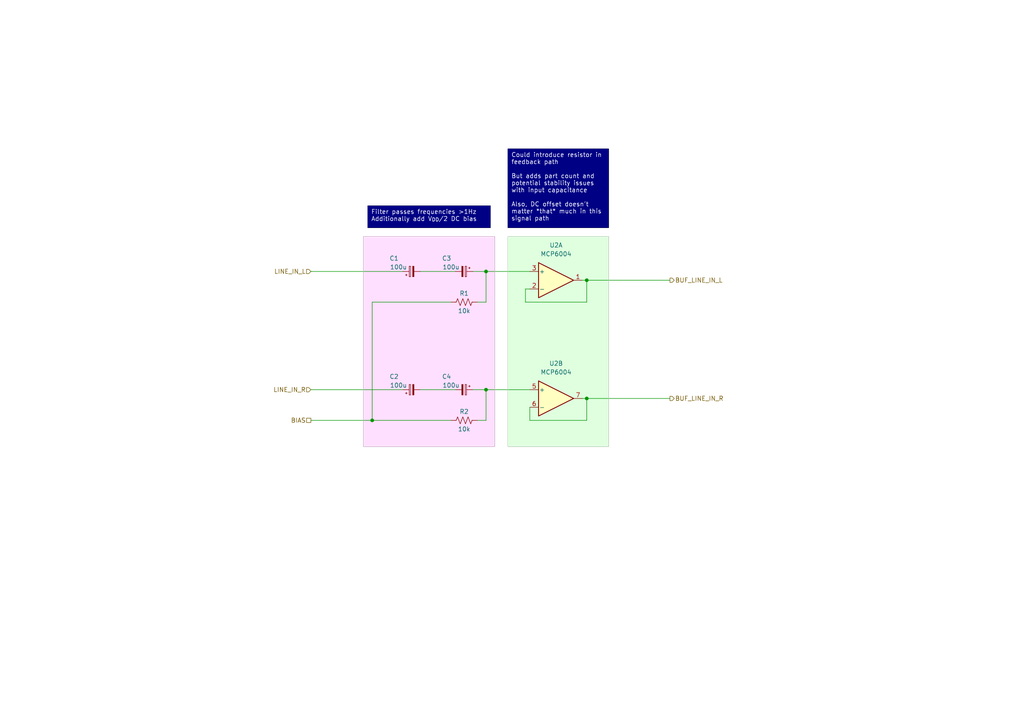
<source format=kicad_sch>
(kicad_sch (version 20230121) (generator eeschema)
  (paper "A4")
  (title_block (title "Digital Audio Effects Processor") (date "2023-11-26") (rev "A") (company "Ishaan Govindarajan"))
  (lib_symbols
    (symbol "Custom-AnalogIC:MCP6004" (pin_names (offset 0.127))
      (property "Reference" "U" (at 0 5.08 0))
      (property "Value" "MCP6004" (at 0 -5.08 0))
      (symbol "MCP6004_1_1"
        (polyline (pts (xy -5.08 5.08) (xy 5.08 0) (xy -5.08 -5.08) (xy -5.08 5.08)) (stroke (width 0.254)) (fill (type background)))
        (pin output line (at 7.62 0 180) (length 2.54) (name "~") (number "1"))
        (pin input line (at -7.62 -2.54 0) (length 2.54) (name "-") (number "2"))
        (pin input line (at -7.62 2.54 0) (length 2.54) (name "+") (number "3"))
      )
      (symbol "MCP6004_2_1"
        (polyline (pts (xy -5.08 5.08) (xy 5.08 0) (xy -5.08 -5.08) (xy -5.08 5.08)) (stroke (width 0.254)) (fill (type background)))
        (pin input line (at -7.62 2.54 0) (length 2.54) (name "+") (number "5"))
        (pin input line (at -7.62 -2.54 0) (length 2.54) (name "-") (number "6"))
        (pin output line (at 7.62 0 180) (length 2.54) (name "~") (number "7"))
      )
      (symbol "MCP6004_3_1"
        (polyline (pts (xy -5.08 5.08) (xy 5.08 0) (xy -5.08 -5.08) (xy -5.08 5.08)) (stroke (width 0.254)) (fill (type background)))
        (pin input line (at -7.62 2.54 0) (length 2.54) (name "+") (number "10"))
        (pin output line (at 7.62 0 180) (length 2.54) (name "~") (number "8"))
        (pin input line (at -7.62 -2.54 0) (length 2.54) (name "-") (number "9"))
      )
      (symbol "MCP6004_4_1"
        (polyline (pts (xy -5.08 5.08) (xy 5.08 0) (xy -5.08 -5.08) (xy -5.08 5.08)) (stroke (width 0.254)) (fill (type background)))
        (pin input line (at -7.62 2.54 0) (length 2.54) (name "+") (number "12"))
        (pin input line (at -7.62 -2.54 0) (length 2.54) (name "-") (number "13"))
        (pin output line (at 7.62 0 180) (length 2.54) (name "~") (number "14"))
      )
      (symbol "MCP6004_5_1"
        (pin power_in line (at -2.54 -7.62 90) (length 3.81) (name "V-") (number "11"))
        (pin power_in line (at -2.54 7.62 270) (length 3.81) (name "V+") (number "4"))
      )
    )
    (symbol "Custom-CapacitorTHT:860020473008" (pin_numbers hide) (pin_names (offset 0.254) hide)
      (property "Reference" "C?" (at 0.254 1.778 0))
      (property "Value" "100u" (at 0.254 -2.032 0))
      (symbol "860020473008_0_1"
        (rectangle (start -1.524 -0.3048) (end 1.524 -0.6858) (fill (type outline)))
        (rectangle (start -1.524 0.6858) (end 1.524 0.3048))
        (polyline (pts (xy -1.27 1.524) (xy -0.762 1.524)))
        (polyline (pts (xy -1.016 1.27) (xy -1.016 1.778)))
      )
      (symbol "860020473008_1_1"
        (pin passive line (at 0 2.54 270) (length 1.8542) (name "~") (number "1"))
        (pin passive line (at 0 -2.54 90) (length 1.8542) (name "~") (number "2"))
      )
    )
    (symbol "Custom-ResistorTHT:MFR-25FRF52-10K" (pin_numbers hide) (pin_names (offset 0))
      (property "Reference" "R" (at 2.54 0 90))
      (property "Value" "10k" (at -2.54 0 90))
      (symbol "MFR-25FRF52-10K_0_1"
        (polyline (pts (xy 0 -2.286) (xy 0 -2.54)))
        (polyline (pts (xy 0 2.286) (xy 0 2.54)))
        (polyline (pts (xy 0 -0.762) (xy 1.016 -1.143) (xy 0 -1.524) (xy -1.016 -1.905) (xy 0 -2.286)))
        (polyline (pts (xy 0 0.762) (xy 1.016 0.381) (xy 0 0) (xy -1.016 -0.381) (xy 0 -0.762)))
        (polyline (pts (xy 0 2.286) (xy 1.016 1.905) (xy 0 1.524) (xy -1.016 1.143) (xy 0 0.762)))
      )
      (symbol "MFR-25FRF52-10K_1_1"
        (pin passive line (at 0 3.81 270) (length 1.27) (name "~") (number "1"))
        (pin passive line (at 0 -3.81 90) (length 1.27) (name "~") (number "2"))
      )
    )
  )
  (junction (at 170.18 81.28))
  (junction (at 107.95 121.92))
  (junction (at 140.97 113.03))
  (junction (at 170.18 115.57))
  (junction (at 140.97 78.74))
  (wire (pts (xy 138.43 87.63) (xy 140.97 87.63)))
  (wire (pts (xy 170.18 115.57) (xy 194.31 115.57)))
  (wire (pts (xy 138.43 121.92) (xy 140.97 121.92)))
  (wire (pts (xy 170.18 81.28) (xy 194.31 81.28)))
  (wire (pts (xy 137.16 78.74) (xy 140.97 78.74)))
  (wire (pts (xy 152.4 87.63) (xy 170.18 87.63)))
  (wire (pts (xy 121.92 113.03) (xy 132.08 113.03)))
  (wire (pts (xy 121.92 78.74) (xy 132.08 78.74)))
  (wire (pts (xy 90.17 113.03) (xy 116.84 113.03)))
  (wire (pts (xy 90.17 121.92) (xy 107.95 121.92)))
  (wire (pts (xy 140.97 121.92) (xy 140.97 113.03)))
  (wire (pts (xy 152.4 83.82) (xy 152.4 87.63)))
  (wire (pts (xy 153.67 118.11) (xy 153.67 121.92)))
  (wire (pts (xy 170.18 115.57) (xy 170.18 121.92)))
  (wire (pts (xy 140.97 87.63) (xy 140.97 78.74)))
  (wire (pts (xy 130.81 87.63) (xy 107.95 87.63)))
  (wire (pts (xy 168.91 115.57) (xy 170.18 115.57)))
  (wire (pts (xy 153.67 83.82) (xy 152.4 83.82)))
  (wire (pts (xy 140.97 78.74) (xy 153.67 78.74)))
  (wire (pts (xy 168.91 81.28) (xy 170.18 81.28)))
  (wire (pts (xy 107.95 87.63) (xy 107.95 121.92)))
  (wire (pts (xy 170.18 81.28) (xy 170.18 87.63)))
  (wire (pts (xy 137.16 113.03) (xy 140.97 113.03)))
  (wire (pts (xy 107.95 121.92) (xy 130.81 121.92)))
  (wire (pts (xy 153.67 121.92) (xy 170.18 121.92)))
  (wire (pts (xy 140.97 113.03) (xy 153.67 113.03)))
  (wire (pts (xy 90.17 78.74) (xy 116.84 78.74)))
  (rectangle (start 147.32 68.58) (end 176.53 129.54) (stroke (width 0) (color 175 200 175 1)) (fill (type color) (color 223 255 223 1)))
  (rectangle (start 105.41 68.58) (end 143.51 129.54) (stroke (width 0) (color 200 175 200 1)) (fill (type color) (color 255 223 255 1)))
  (text_box "Could introduce resistor in feedback path\n\nBut adds part count and potential stability issues with input capacitance\n\nAlso, DC offset doesn't matter *that* much in this signal path" (at 147.32 43.18 0) (size 29.21 22.86) (stroke (width 0) (color 0 0 72 1)) (fill (type color) (color 0 0 132 1)) (effects (font (size 1.27 1.27)) (justify left top)))
  (text_box "Filter passes frequencies >1Hz\nAdditionally add V_{DD}/2 DC bias" (at 106.68 59.69 0) (size 35.56 6.35) (stroke (width 0) (color 0 0 72 1)) (fill (type color) (color 0 0 132 1)) (effects (font (size 1.27 1.27)) (justify left top)))
  (hierarchical_label "BUF_LINE_IN_L" (shape output) (at 194.31 81.28 0))
  (hierarchical_label "LINE_IN_R" (shape input) (at 90.17 113.03 180))
  (hierarchical_label "LINE_IN_L" (shape input) (at 90.17 78.74 180))
  (hierarchical_label "BIAS" (shape passive) (at 90.17 121.92 180))
  (hierarchical_label "BUF_LINE_IN_R" (shape output) (at 194.31 115.57 0))
  (symbol (lib_id "Custom-AnalogIC:MCP6004") (at 161.29 81.28 0) (unit 1)
    (property "Reference" "U2" (at 161.29 71.12 0))
    (property "Value" "MCP6004" (at 161.29 73.66 0))
    (property "Footprint" "Custom-IC:DIP-14_W7.62mm_Socket_LongPads_IC" (effects hide))
    (property "Datasheet" "https://ww1.microchip.com/downloads/en/DeviceDoc/MCP6001-1R-1U-2-4-1-MHz-Low-Power-Op-Amp-DS20001733L.pdf" (effects hide))
    (property "Manufacturer" "Microchip Technology" (effects hide))
    (property "Part Number" "MCP6004-I/P" (effects hide))
  )
  (symbol (lib_id "Custom-CapacitorTHT:860020473008") (at 134.62 78.74 270) (unit 1)
    (property "Reference" "C3" (at 129.54 74.93 90))
    (property "Value" "100u" (at 130.81 77.47 90))
    (property "Footprint" "Custom-RLC:CP_Radial_D6.3mm_H12.5_P2.50mm" (effects hide))
    (property "Datasheet" "https://www.we-online.com/components/products/datasheet/860020473008.pdf" (effects hide))
    (property "Manufacturer" "Würth Elektronik" (effects hide))
    (property "Part Number" "860020473008" (effects hide))
  )
  (symbol (lib_id "Custom-ResistorTHT:MFR-25FRF52-10K") (at 134.62 121.92 90) (unit 1)
    (property "Reference" "R2" (at 134.62 119.38 90))
    (property "Value" "10k" (at 134.62 124.46 90))
    (property "Footprint" "Resistor_THT:R_Axial_DIN0207_L6.3mm_D2.5mm_P10.16mm_Horizontal" (effects hide))
    (property "Datasheet" "https://www.yageo.com/upload/media/product/productsearch/datasheet/lr/YAGEO%20MFR_datasheet_2023v3.pdf" (effects hide))
    (property "Manufacturer" "YAGEO" (effects hide))
    (property "Part Number" "MFR-25FRF52-10K" (effects hide))
  )
  (symbol (lib_id "Custom-CapacitorTHT:860020473008") (at 134.62 113.03 270) (unit 1)
    (property "Reference" "C4" (at 129.54 109.22 90))
    (property "Value" "100u" (at 130.81 111.76 90))
    (property "Footprint" "Custom-RLC:CP_Radial_D6.3mm_H12.5_P2.50mm" (effects hide))
    (property "Datasheet" "https://www.we-online.com/components/products/datasheet/860020473008.pdf" (effects hide))
    (property "Manufacturer" "Würth Elektronik" (effects hide))
    (property "Part Number" "860020473008" (effects hide))
  )
  (symbol (lib_id "Custom-ResistorTHT:MFR-25FRF52-10K") (at 134.62 87.63 90) (unit 1)
    (property "Reference" "R1" (at 134.62 85.09 90))
    (property "Value" "10k" (at 134.62 90.17 90))
    (property "Footprint" "Resistor_THT:R_Axial_DIN0207_L6.3mm_D2.5mm_P10.16mm_Horizontal" (effects hide))
    (property "Datasheet" "https://www.yageo.com/upload/media/product/productsearch/datasheet/lr/YAGEO%20MFR_datasheet_2023v3.pdf" (effects hide))
    (property "Manufacturer" "YAGEO" (effects hide))
    (property "Part Number" "MFR-25FRF52-10K" (effects hide))
  )
  (symbol (lib_id "Custom-AnalogIC:MCP6004") (at 161.29 115.57 0) (unit 2)
    (property "Reference" "U2" (at 161.29 105.41 0))
    (property "Value" "MCP6004" (at 161.29 107.95 0))
    (property "Footprint" "Custom-IC:DIP-14_W7.62mm_Socket_LongPads_IC" (effects hide))
    (property "Datasheet" "https://ww1.microchip.com/downloads/en/DeviceDoc/MCP6001-1R-1U-2-4-1-MHz-Low-Power-Op-Amp-DS20001733L.pdf" (effects hide))
    (property "Manufacturer" "Microchip Technology" (effects hide))
    (property "Part Number" "MCP6004-I/P" (effects hide))
  )
  (symbol (lib_id "Custom-CapacitorTHT:860020473008") (at 119.38 78.74 90) (unit 1)
    (property "Reference" "C1" (at 114.3 74.93 90))
    (property "Value" "100u" (at 115.57 77.47 90))
    (property "Footprint" "Custom-RLC:CP_Radial_D6.3mm_H12.5_P2.50mm" (effects hide))
    (property "Datasheet" "https://www.we-online.com/components/products/datasheet/860020473008.pdf" (effects hide))
    (property "Manufacturer" "Würth Elektronik" (effects hide))
    (property "Part Number" "860020473008" (effects hide))
  )
  (symbol (lib_id "Custom-CapacitorTHT:860020473008") (at 119.38 113.03 90) (unit 1)
    (property "Reference" "C2" (at 114.3 109.22 90))
    (property "Value" "100u" (at 115.57 111.76 90))
    (property "Footprint" "Custom-RLC:CP_Radial_D6.3mm_H12.5_P2.50mm" (effects hide))
    (property "Datasheet" "https://www.we-online.com/components/products/datasheet/860020473008.pdf" (effects hide))
    (property "Manufacturer" "Würth Elektronik" (effects hide))
    (property "Part Number" "860020473008" (effects hide))
  )
)
</source>
